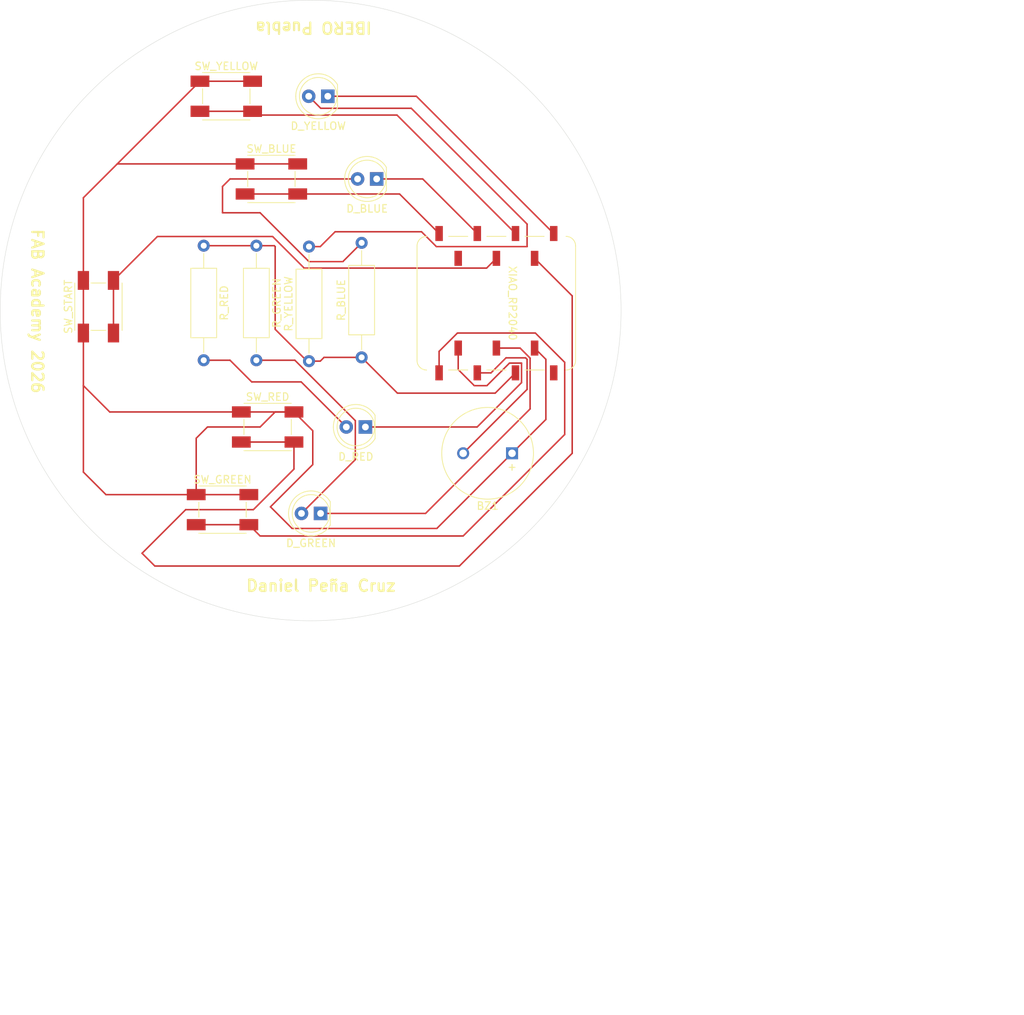
<source format=kicad_pcb>
(kicad_pcb (version 20241229) (generator "pcbnew") (generator_version "9.0")
  (layers (0 "F.Cu" signal) (2 "B.Cu" signal) (13 "F.Paste" user) (15 "B.Paste" user) (5 "F.SilkS" user "F.Silkscreen") (7 "B.SilkS" user "B.Silkscreen") (1 "F.Mask" user) (3 "B.Mask" user) (25 "Edge.Cuts" user))
  (net 0 "")
  (net 2 "/BTN_BLUE")
  (net 3 "/LED_GREEN")
  (net 4 "/LED_YELLOW")
  (net 5 "/BTN_GREEN")
  (net 6 "/BTN_RED")
  (net 7 "/LED_RED")
  (net 8 "/START")
  (net 9 "/LED_BLUE")
  (net 10 "/BTN_YELLOW")
  (net 11 "/BUZZ")
  (net 12 "GND")
  (net 13 "Net-(D1-Pad2)")
  (net 14 "Net-(D2-Pad2)")
  (net 15 "Net-(D3-Pad2)")
  (net 16 "+3V3")
  (net 17 "Net-(D4-Pad2)")
  (footprint "Resistor_THT:R_Axial_DIN0309_L9.0mm_D3.2mm_P15.24mm_Horizontal" (layer "F.Cu") (at 136.5 91.38 -90)
    (property "Reference" "R_GREEN" (at 7.62 -2.72 90) (layer "F.SilkS"))
    (property "Value" "220Ω")
    (fp_line (start 1.04 0) (end 3 0) (stroke (width 0.12)) (layer "F.SilkS"))
    (fp_line (start 14.2 0) (end 12.24 0) (stroke (width 0.12)) (layer "F.SilkS"))
    (fp_rect (start 3 -1.72) (end 12.24 1.72) (stroke (width 0.12)) (fill no) (layer "F.SilkS"))
    (pad "1" thru_hole circle (at 0 0 270) (size 1.6 1.6) (drill 0.8) (layers "*.Cu" "*.Mask") (net 16 "+3V3"))
    (pad "2" thru_hole circle (at 15.24 0 270) (size 1.6 1.6) (drill 0.8) (layers "*.Cu" "*.Mask") (net 15 "Net-(D3-Pad2)"))
  )
  (footprint "PCM_fab:Button_Omron_B3SN_6.0x6.0mm" (layer "F.Cu") (at 132.5 71.5)
    (property "Reference" "SW_YELLOW" (at 0 -4 0) (layer "F.SilkS"))
    (property "Value" "YELLOW_BUTTON")
    (fp_line (start -3.15 -3.15) (end 3.15 -3.15) (stroke (width 0.12)) (layer "F.SilkS"))
    (fp_line (start -3.15 1) (end -3.15 -1) (stroke (width 0.12)) (layer "F.SilkS"))
    (fp_line (start 3.15 -1) (end 3.15 1) (stroke (width 0.12)) (layer "F.SilkS"))
    (fp_line (start 3.15 3.15) (end -3.15 3.15) (stroke (width 0.12)) (layer "F.SilkS"))
    (pad "1" smd rect (at -3.5 -2) (size 2.5 1.5) (layers "F.Cu" "F.Mask" "F.Paste") (net 12 "GND"))
    (pad "1" smd rect (at 3.5 -2) (size 2.5 1.5) (layers "F.Cu" "F.Mask" "F.Paste") (net 12 "GND"))
    (pad "2" smd rect (at -3.5 2) (size 2.5 1.5) (layers "F.Cu" "F.Mask" "F.Paste") (net 10 "/BTN_YELLOW"))
    (pad "2" smd rect (at 3.5 2) (size 2.5 1.5) (layers "F.Cu" "F.Mask" "F.Paste") (net 10 "/BTN_YELLOW"))
  )
  (footprint "PCM_fab:Button_Omron_B3SN_6.0x6.0mm" (layer "F.Cu") (at 138 115.5)
    (property "Reference" "SW_RED" (at 0 -4 0) (layer "F.SilkS"))
    (property "Value" "RED_BUTTON" (hide yes))
    (fp_line (start -3.15 -3.15) (end 3.15 -3.15) (stroke (width 0.12)) (layer "F.SilkS"))
    (fp_line (start -3.15 1) (end -3.15 -1) (stroke (width 0.12)) (layer "F.SilkS"))
    (fp_line (start 3.15 -1) (end 3.15 1) (stroke (width 0.12)) (layer "F.SilkS"))
    (fp_line (start 3.15 3.15) (end -3.15 3.15) (stroke (width 0.12)) (layer "F.SilkS"))
    (pad "1" smd rect (at -3.5 -2) (size 2.5 1.5) (layers "F.Cu" "F.Mask" "F.Paste") (net 12 "GND"))
    (pad "1" smd rect (at 3.5 -2) (size 2.5 1.5) (layers "F.Cu" "F.Mask" "F.Paste") (net 12 "GND"))
    (pad "2" smd rect (at -3.5 2) (size 2.5 1.5) (layers "F.Cu" "F.Mask" "F.Paste") (net 6 "/BTN_RED"))
    (pad "2" smd rect (at 3.5 2) (size 2.5 1.5) (layers "F.Cu" "F.Mask" "F.Paste") (net 6 "/BTN_RED"))
  )
  (footprint "LED_THT:LED_D5.0mm" (layer "F.Cu") (at 146 71.5 180)
    (property "Reference" "D_YELLOW" (at 1.27 -3.96 0) (layer "F.SilkS"))
    (property "Value" "YELLOW_LED")
    (fp_line (start -1.29 -1.545) (end -1.29 1.545) (stroke (width 0.12)) (layer "F.SilkS"))
    (fp_arc (start 4.26 0) (mid 2.071779 2.880495) (end -1.29 1.54483) (stroke (width 0.12)) (layer "F.SilkS"))
    (fp_arc (start -1.29 -1.54483) (mid 2.071779 -2.880495) (end 4.26 0) (stroke (width 0.12)) (layer "F.SilkS"))
    (fp_circle (center 1.27 0) (end 3.77 0) (stroke (width 0.12)) (fill no) (layer "F.SilkS"))
    (pad "1" thru_hole rect (at 0 0 180) (size 1.8 1.8) (drill 0.9) (layers "*.Cu" "*.Mask") (net 4 "/LED_YELLOW"))
    (pad "2" thru_hole circle (at 2.54 0 180) (size 1.8 1.8) (drill 0.9) (layers "*.Cu" "*.Mask") (net 14 "Net-(D2-Pad2)"))
  )
  (footprint "PCM_fab:Button_Omron_B3SN_6.0x6.0mm" (layer "F.Cu") (at 132 126.5)
    (property "Reference" "SW_GREEN" (at 0 -4 0) (layer "F.SilkS"))
    (property "Value" "GREEN_BUTTON")
    (fp_line (start -3.15 -3.15) (end 3.15 -3.15) (stroke (width 0.12)) (layer "F.SilkS"))
    (fp_line (start -3.15 1) (end -3.15 -1) (stroke (width 0.12)) (layer "F.SilkS"))
    (fp_line (start 3.15 -1) (end 3.15 1) (stroke (width 0.12)) (layer "F.SilkS"))
    (fp_line (start 3.15 3.15) (end -3.15 3.15) (stroke (width 0.12)) (layer "F.SilkS"))
    (pad "1" smd rect (at -3.5 -2) (size 2.5 1.5) (layers "F.Cu" "F.Mask" "F.Paste") (net 12 "GND"))
    (pad "1" smd rect (at 3.5 -2) (size 2.5 1.5) (layers "F.Cu" "F.Mask" "F.Paste") (net 12 "GND"))
    (pad "2" smd rect (at -3.5 2) (size 2.5 1.5) (layers "F.Cu" "F.Mask" "F.Paste") (net 5 "/BTN_GREEN"))
    (pad "2" smd rect (at 3.5 2) (size 2.5 1.5) (layers "F.Cu" "F.Mask" "F.Paste") (net 5 "/BTN_GREEN"))
  )
  (footprint "Resistor_THT:R_Axial_DIN0309_L9.0mm_D3.2mm_P15.24mm_Horizontal" (layer "F.Cu") (at 143.5 106.74 90)
    (property "Reference" "R_YELLOW" (at 7.62 -2.72 90) (layer "F.SilkS"))
    (property "Value" "100Ω")
    (fp_line (start 14.2 0) (end 12.24 0) (stroke (width 0.12)) (layer "F.SilkS"))
    (fp_line (start 1.04 0) (end 3 0) (stroke (width 0.12)) (layer "F.SilkS"))
    (fp_rect (start 3 -1.72) (end 12.24 1.72) (stroke (width 0.12)) (fill no) (layer "F.SilkS"))
    (pad "1" thru_hole circle (at 0 0 90) (size 1.6 1.6) (drill 0.8) (layers "*.Cu" "*.Mask") (net 16 "+3V3"))
    (pad "2" thru_hole circle (at 15.24 0 90) (size 1.6 1.6) (drill 0.8) (layers "*.Cu" "*.Mask") (net 14 "Net-(D2-Pad2)"))
  )
  (footprint "Resistor_THT:R_Axial_DIN0309_L9.0mm_D3.2mm_P15.24mm_Horizontal" (layer "F.Cu") (at 129.5 91.38 -90)
    (property "Reference" "R_RED" (at 7.62 -2.72 90) (layer "F.SilkS"))
    (property "Value" "220Ω")
    (fp_line (start 1.04 0) (end 3 0) (stroke (width 0.12)) (layer "F.SilkS"))
    (fp_line (start 14.2 0) (end 12.24 0) (stroke (width 0.12)) (layer "F.SilkS"))
    (fp_rect (start 3 -1.72) (end 12.24 1.72) (stroke (width 0.12)) (fill no) (layer "F.SilkS"))
    (pad "1" thru_hole circle (at 0 0 270) (size 1.6 1.6) (drill 0.8) (layers "*.Cu" "*.Mask") (net 16 "+3V3"))
    (pad "2" thru_hole circle (at 15.24 0 270) (size 1.6 1.6) (drill 0.8) (layers "*.Cu" "*.Mask") (net 17 "Net-(D4-Pad2)"))
  )
  (footprint "PCM_fab:Button_Omron_B3SN_6.0x6.0mm" (layer "F.Cu") (at 115.5 99.5 90)
    (property "Reference" "SW_START" (at 0 -4 90) (layer "F.SilkS"))
    (property "Value" "START_BUTTON")
    (fp_line (start -3.15 -3.15) (end 3.15 -3.15) (stroke (width 0.12)) (layer "F.SilkS"))
    (fp_line (start 3.15 -1) (end 3.15 1) (stroke (width 0.12)) (layer "F.SilkS"))
    (fp_line (start -3.15 1) (end -3.15 -1) (stroke (width 0.12)) (layer "F.SilkS"))
    (fp_line (start 3.15 3.15) (end -3.15 3.15) (stroke (width 0.12)) (layer "F.SilkS"))
    (pad "1" smd rect (at -3.5 -2 90) (size 2.5 1.5) (layers "F.Cu" "F.Mask" "F.Paste") (net 12 "GND"))
    (pad "1" smd rect (at 3.5 -2 90) (size 2.5 1.5) (layers "F.Cu" "F.Mask" "F.Paste") (net 12 "GND"))
    (pad "2" smd rect (at -3.5 2 90) (size 2.5 1.5) (layers "F.Cu" "F.Mask" "F.Paste") (net 8 "/START"))
    (pad "2" smd rect (at 3.5 2 90) (size 2.5 1.5) (layers "F.Cu" "F.Mask" "F.Paste") (net 8 "/START"))
  )
  (footprint "PCM_fab:Module_XIAO_Generic_SocketSMD" (layer "F.Cu") (at 168.42 99.03 -90)
    (property "Reference" "XIAO_RP2040" (at 0.0025 -2.149 270) (layer "F.SilkS"))
    (property "Value" "XIAO_SOCKET")
    (fp_line (start 7.6225 10.551) (end -7.6175 10.551) (stroke (width 0.12)) (layer "F.SilkS"))
    (fp_line (start -8.89 3.81) (end -8.89 6.35) (stroke (width 0.12)) (layer "F.SilkS"))
    (fp_line (start 8.89 3.81) (end 8.89 6.35) (stroke (width 0.12)) (layer "F.SilkS"))
    (fp_line (start -8.89 -1.27) (end -8.89 1.27) (stroke (width 0.12)) (layer "F.SilkS"))
    (fp_line (start 8.89 -1.27) (end 8.89 1.27) (stroke (width 0.12)) (layer "F.SilkS"))
    (fp_line (start -8.89 -6.35) (end -8.89 -3.81) (stroke (width 0.12)) (layer "F.SilkS"))
    (fp_line (start 8.89 -6.35) (end 8.89 -3.81) (stroke (width 0.12)) (layer "F.SilkS"))
    (fp_line (start -7.6175 -10.531) (end 7.6225 -10.531) (stroke (width 0.12)) (layer "F.SilkS"))
    (fp_arc (start -7.6175 10.551) (mid -8.515526 10.179026) (end -8.8875 9.281) (stroke (width 0.12)) (layer "F.SilkS"))
    (fp_arc (start 8.8925 9.281) (mid 8.520526 10.179026) (end 7.6225 10.551) (stroke (width 0.12)) (layer "F.SilkS"))
    (fp_arc (start -8.8875 -9.261) (mid -8.515526 -10.159026) (end -7.6175 -10.531) (stroke (width 0.12)) (layer "F.SilkS"))
    (fp_arc (start 7.6225 -10.531) (mid 8.520526 -10.159026) (end 8.8925 -9.261) (stroke (width 0.12)) (layer "F.SilkS"))
    (pad "1" smd rect (at -9.27 -7.62 270) (size 2 1) (layers "F.Cu" "F.Mask" "F.Paste") (net 4 "/LED_YELLOW"))
    (pad "2" smd rect (at -5.97 -5.08 270) (size 2 1) (layers "F.Cu" "F.Mask" "F.Paste") (net 6 "/BTN_RED"))
    (pad "3" smd rect (at -9.27 -2.54 270) (size 2 1) (layers "F.Cu" "F.Mask" "F.Paste") (net 10 "/BTN_YELLOW"))
    (pad "4" smd rect (at -5.97 0 270) (size 2 1) (layers "F.Cu" "F.Mask" "F.Paste") (net 8 "/START"))
    (pad "5" smd rect (at -9.27 2.54 270) (size 2 1) (layers "F.Cu" "F.Mask" "F.Paste") (net 9 "/LED_BLUE"))
    (pad "6" smd rect (at -5.97 5.08 270) (size 2 1) (layers "F.Cu" "F.Mask" "F.Paste"))
    (pad "7" smd rect (at -9.27 7.62 270) (size 2 1) (layers "F.Cu" "F.Mask" "F.Paste") (net 2 "/BTN_BLUE"))
    (pad "8" smd rect (at 9.27 7.62 270) (size 2 1) (layers "F.Cu" "F.Mask" "F.Paste") (net 5 "/BTN_GREEN"))
    (pad "9" smd rect (at 5.97 5.08 270) (size 2 1) (layers "F.Cu" "F.Mask" "F.Paste") (net 7 "/LED_RED"))
    (pad "10" smd rect (at 9.27 2.54 270) (size 2 1) (layers "F.Cu" "F.Mask" "F.Paste") (net 11 "/BUZZ"))
    (pad "11" smd rect (at 5.97 0 270) (size 2 1) (layers "F.Cu" "F.Mask" "F.Paste") (net 3 "/LED_GREEN"))
    (pad "12" smd rect (at 9.27 -2.54 270) (size 2 1) (layers "F.Cu" "F.Mask" "F.Paste") (net 16 "+3V3"))
    (pad "13" smd rect (at 5.97 -5.08 270) (size 2 1) (layers "F.Cu" "F.Mask" "F.Paste") (net 12 "GND"))
    (pad "14" smd rect (at 9.27 -7.62 270) (size 2 1) (layers "F.Cu" "F.Mask" "F.Paste"))
  )
  (footprint "Resistor_THT:R_Axial_DIN0309_L9.0mm_D3.2mm_P15.24mm_Horizontal" (layer "F.Cu") (at 150.5 106.24 90)
    (property "Reference" "R_BLUE" (at 7.62 -2.72 90) (layer "F.SilkS"))
    (property "Value" "47Ω")
    (fp_line (start 14.2 0) (end 12.24 0) (stroke (width 0.12)) (layer "F.SilkS"))
    (fp_line (start 1.04 0) (end 3 0) (stroke (width 0.12)) (layer "F.SilkS"))
    (fp_rect (start 3 -1.72) (end 12.24 1.72) (stroke (width 0.12)) (fill no) (layer "F.SilkS"))
    (pad "1" thru_hole circle (at 0 0 90) (size 1.6 1.6) (drill 0.8) (layers "*.Cu" "*.Mask") (net 16 "+3V3"))
    (pad "2" thru_hole circle (at 15.24 0 90) (size 1.6 1.6) (drill 0.8) (layers "*.Cu" "*.Mask") (net 13 "Net-(D1-Pad2)"))
  )
  (footprint "Buzzer_Beeper:MagneticBuzzer_ProSignal_ABT-410-RC" (layer "F.Cu") (at 170.5 119 180)
    (property "Reference" "BZ1" (at 3.25 -7 0) (layer "F.SilkS"))
    (property "Value" "Buzzer_5V")
    (fp_circle (center 3.25 0) (end 9.35 0) (stroke (width 0.12)) (fill no) (layer "F.SilkS"))
    (fp_text user "+" (at 0 -1.8 0) (layer "F.SilkS"))
    (pad "1" thru_hole rect (at 0 0 180) (size 1.6 1.6) (drill 1) (layers "*.Cu" "*.Mask") (net 12 "GND"))
    (pad "2" thru_hole circle (at 6.5 0 180) (size 1.6 1.6) (drill 1) (layers "*.Cu" "*.Mask") (net 11 "/BUZZ"))
  )
  (footprint "LED_THT:LED_D5.0mm" (layer "F.Cu") (at 152.5 82.5 180)
    (property "Reference" "D_BLUE" (at 1.27 -3.96 0) (layer "F.SilkS"))
    (property "Value" "BLUE_LED")
    (fp_line (start -1.29 -1.545) (end -1.29 1.545) (stroke (width 0.12)) (layer "F.SilkS"))
    (fp_arc (start 4.26 0) (mid 2.071779 2.880495) (end -1.29 1.54483) (stroke (width 0.12)) (layer "F.SilkS"))
    (fp_arc (start -1.29 -1.54483) (mid 2.071779 -2.880495) (end 4.26 0) (stroke (width 0.12)) (layer "F.SilkS"))
    (fp_circle (center 1.27 0) (end 3.77 0) (stroke (width 0.12)) (fill no) (layer "F.SilkS"))
    (pad "1" thru_hole rect (at 0 0 180) (size 1.8 1.8) (drill 0.9) (layers "*.Cu" "*.Mask") (net 9 "/LED_BLUE"))
    (pad "2" thru_hole circle (at 2.54 0 180) (size 1.8 1.8) (drill 0.9) (layers "*.Cu" "*.Mask") (net 13 "Net-(D1-Pad2)"))
  )
  (footprint "LED_THT:LED_D5.0mm" (layer "F.Cu") (at 151 115.5 180)
    (property "Reference" "D_RED" (at 1.27 -3.96 0) (layer "F.SilkS"))
    (property "Value" "RED_LED")
    (fp_line (start -1.29 -1.545) (end -1.29 1.545) (stroke (width 0.12)) (layer "F.SilkS"))
    (fp_arc (start 4.26 0) (mid 2.071779 2.880495) (end -1.29 1.54483) (stroke (width 0.12)) (layer "F.SilkS"))
    (fp_arc (start -1.29 -1.54483) (mid 2.071779 -2.880495) (end 4.26 0) (stroke (width 0.12)) (layer "F.SilkS"))
    (fp_circle (center 1.27 0) (end 3.77 0) (stroke (width 0.12)) (fill no) (layer "F.SilkS"))
    (pad "1" thru_hole rect (at 0 0 180) (size 1.8 1.8) (drill 0.9) (layers "*.Cu" "*.Mask") (net 7 "/LED_RED"))
    (pad "2" thru_hole circle (at 2.54 0 180) (size 1.8 1.8) (drill 0.9) (layers "*.Cu" "*.Mask") (net 17 "Net-(D4-Pad2)"))
  )
  (footprint "PCM_fab:Button_Omron_B3SN_6.0x6.0mm" (layer "F.Cu") (at 138.5 82.5)
    (property "Reference" "SW_BLUE" (at 0 -4 0) (layer "F.SilkS"))
    (property "Value" "BLUE_BUTTON")
    (fp_line (start -3.15 -3.15) (end 3.15 -3.15) (stroke (width 0.12)) (layer "F.SilkS"))
    (fp_line (start -3.15 1) (end -3.15 -1) (stroke (width 0.12)) (layer "F.SilkS"))
    (fp_line (start 3.15 -1) (end 3.15 1) (stroke (width 0.12)) (layer "F.SilkS"))
    (fp_line (start 3.15 3.15) (end -3.15 3.15) (stroke (width 0.12)) (layer "F.SilkS"))
    (pad "1" smd rect (at -3.5 -2) (size 2.5 1.5) (layers "F.Cu" "F.Mask" "F.Paste") (net 12 "GND"))
    (pad "1" smd rect (at 3.5 -2) (size 2.5 1.5) (layers "F.Cu" "F.Mask" "F.Paste") (net 12 "GND"))
    (pad "2" smd rect (at -3.5 2) (size 2.5 1.5) (layers "F.Cu" "F.Mask" "F.Paste") (net 2 "/BTN_BLUE"))
    (pad "2" smd rect (at 3.5 2) (size 2.5 1.5) (layers "F.Cu" "F.Mask" "F.Paste") (net 2 "/BTN_BLUE"))
  )
  (footprint "LED_THT:LED_D5.0mm" (layer "F.Cu") (at 145.04 127 180)
    (property "Reference" "D_GREEN" (at 1.27 -3.96 0) (layer "F.SilkS"))
    (property "Value" "GREEN_LED")
    (fp_line (start -1.29 -1.545) (end -1.29 1.545) (stroke (width 0.12)) (layer "F.SilkS"))
    (fp_arc (start 4.26 0) (mid 2.071779 2.880495) (end -1.29 1.54483) (stroke (width 0.12)) (layer "F.SilkS"))
    (fp_arc (start -1.29 -1.54483) (mid 2.071779 -2.880495) (end 4.26 0) (stroke (width 0.12)) (layer "F.SilkS"))
    (fp_circle (center 1.27 0) (end 3.77 0) (stroke (width 0.12)) (fill no) (layer "F.SilkS"))
    (pad "1" thru_hole rect (at 0 0 180) (size 1.8 1.8) (drill 0.9) (layers "*.Cu" "*.Mask") (net 3 "/LED_GREEN"))
    (pad "2" thru_hole circle (at 2.54 0 180) (size 1.8 1.8) (drill 0.9) (layers "*.Cu" "*.Mask") (net 15 "Net-(D3-Pad2)"))
  )
  (gr_line (start 128.5 124.5) (end 135.5 124.5) (stroke (width 0.2)) (layer "F.Cu") (net 12))
  (gr_circle (center 143.717437 100) (end 184.217437 92) (stroke (width 0.05)) (fill no) (layer "Edge.Cuts"))
  (gr_text "FAB Academy 2026" (at 106.5 89 270) (layer "F.SilkS") (effects (font (size 1.5 1.5) (thickness 0.3) (bold yes)) (justify left bottom)))
  (gr_text "Daniel Peña Cruz" (at 135 137.5 0) (layer "F.SilkS") (effects (font (size 1.5 1.5) (thickness 0.3) (bold yes)) (justify left bottom)))
  (gr_text "IBERO Puebla" (at 152 61.5 180) (layer "F.SilkS") (effects (font (size 1.5 1.5) (thickness 0.3) (bold yes)) (justify left bottom)))
  (segment (start 155.54 84.5) (end 142 84.5) (width 0.2) (layer "F.Cu") (net 2))
  (segment (start 160.8 89.76) (end 155.54 84.5) (width 0.2) (layer "F.Cu") (net 2))
  (segment (start 135 84.5) (end 142 84.5) (width 0.2) (layer "F.Cu") (net 2))
  (segment (start 171.5671 105) (end 168.42 105) (width 0.2) (layer "F.Cu") (net 3))
  (segment (start 172.901 113.099) (end 172.901 106.3339) (width 0.2) (layer "F.Cu") (net 3))
  (segment (start 145.04 127) (end 159 127) (width 0.2) (layer "F.Cu") (net 3))
  (segment (start 172.901 106.3339) (end 171.5671 105) (width 0.2) (layer "F.Cu") (net 3))
  (segment (start 159 127) (end 172.901 113.099) (width 0.2) (layer "F.Cu") (net 3))
  (segment (start 157.78 71.5) (end 146 71.5) (width 0.2) (layer "F.Cu") (net 4))
  (segment (start 176.04 89.76) (end 157.78 71.5) (width 0.2) (layer "F.Cu") (net 4))
  (segment (start 177.5 116.5) (end 164 130) (width 0.2) (layer "F.Cu") (net 5))
  (segment (start 160.8 105.438) (end 163.238 103) (width 0.2) (layer "F.Cu") (net 5))
  (segment (start 137 130) (end 135.5 128.5) (width 0.2) (layer "F.Cu") (net 5))
  (segment (start 177.5 106.898) (end 177.5 116.5) (width 0.2) (layer "F.Cu") (net 5))
  (segment (start 128.5 128.5) (end 135.5 128.5) (width 0.2) (layer "F.Cu") (net 5))
  (segment (start 173.602 103) (end 177.5 106.898) (width 0.2) (layer "F.Cu") (net 5))
  (segment (start 160.8 108.3) (end 160.8 105.438) (width 0.2) (layer "F.Cu") (net 5))
  (segment (start 164 130) (end 137 130) (width 0.2) (layer "F.Cu") (net 5))
  (segment (start 163.238 103) (end 173.602 103) (width 0.2) (layer "F.Cu") (net 5))
  (segment (start 141.5 121.102) (end 141.5 117.5) (width 0.2) (layer "F.Cu") (net 6))
  (segment (start 173.5 93.06) (end 178.5 98.06) (width 0.2) (layer "F.Cu") (net 6))
  (segment (start 141.5 117.5) (end 140.02 117.5) (width 0.2) (layer "F.Cu") (net 6))
  (segment (start 163.5 134) (end 123 134) (width 0.2) (layer "F.Cu") (net 6))
  (segment (start 134.5 117.5) (end 140.02 117.5) (width 0.2) (layer "F.Cu") (net 6))
  (segment (start 123 134) (end 121.301 132.301) (width 0.2) (layer "F.Cu") (net 6))
  (segment (start 127.102 126.5) (end 136.102 126.5) (width 0.2) (layer "F.Cu") (net 6))
  (segment (start 178.5 98.06) (end 178.5 119) (width 0.2) (layer "F.Cu") (net 6))
  (segment (start 178.5 119) (end 163.5 134) (width 0.2) (layer "F.Cu") (net 6))
  (segment (start 136.102 126.5) (end 141.5 121.102) (width 0.2) (layer "F.Cu") (net 6))
  (segment (start 121.301 132.301) (end 127.102 126.5) (width 0.2) (layer "F.Cu") (net 6))
  (segment (start 171.761 109.601) (end 171.761 106.999) (width 0.2) (layer "F.Cu") (net 7))
  (segment (start 170.159 106.999) (end 167.158 110) (width 0.2) (layer "F.Cu") (net 7))
  (segment (start 171.761 106.999) (end 170.159 106.999) (width 0.2) (layer "F.Cu") (net 7))
  (segment (start 163.34 107.862) (end 163.34 105) (width 0.2) (layer "F.Cu") (net 7))
  (segment (start 165.862 115.5) (end 171.761 109.601) (width 0.2) (layer "F.Cu") (net 7))
  (segment (start 165.478 110) (end 163.34 107.862) (width 0.2) (layer "F.Cu") (net 7))
  (segment (start 151 115.5) (end 165.862 115.5) (width 0.2) (layer "F.Cu") (net 7))
  (segment (start 167.158 110) (end 165.478 110) (width 0.2) (layer "F.Cu") (net 7))
  (segment (start 117.5 96) (end 123.341 90.159) (width 0.2) (layer "F.Cu") (net 8))
  (segment (start 138.659 90.159) (end 142.861 94.361) (width 0.2) (layer "F.Cu") (net 8))
  (segment (start 117.5 96) (end 117.5 103) (width 0.2) (layer "F.Cu") (net 8))
  (segment (start 123.341 90.159) (end 138.659 90.159) (width 0.2) (layer "F.Cu") (net 8))
  (segment (start 167.119 94.361) (end 168.42 93.06) (width 0.2) (layer "F.Cu") (net 8))
  (segment (start 142.861 94.361) (end 167.119 94.361) (width 0.2) (layer "F.Cu") (net 8))
  (segment (start 165.88 89.76) (end 158.62 82.5) (width 0.2) (layer "F.Cu") (net 9))
  (segment (start 158.62 82.5) (end 152.5 82.5) (width 0.2) (layer "F.Cu") (net 9))
  (segment (start 155.2 74) (end 136.5 74) (width 0.2) (layer "F.Cu") (net 10))
  (segment (start 170.96 89.76) (end 155.2 74) (width 0.2) (layer "F.Cu") (net 10))
  (segment (start 136.5 74) (end 136 73.5) (width 0.2) (layer "F.Cu") (net 10))
  (segment (start 136 73.5) (end 129 73.5) (width 0.2) (layer "F.Cu") (net 10))
  (segment (start 172.5 106.5) (end 172.301 106.301) (width 0.2) (layer "F.Cu") (net 11))
  (segment (start 167.7 108.3) (end 165.88 108.3) (width 0.2) (layer "F.Cu") (net 11))
  (segment (start 169.699 106.301) (end 167.7 108.3) (width 0.2) (layer "F.Cu") (net 11))
  (segment (start 164 119) (end 172.5 110.5) (width 0.2) (layer "F.Cu") (net 11))
  (segment (start 172.5 110.5) (end 172.5 106.5) (width 0.2) (layer "F.Cu") (net 11))
  (segment (start 172.301 106.301) (end 169.699 106.301) (width 0.2) (layer "F.Cu") (net 11))
  (segment (start 130 115.5) (end 128.5 117) (width 0.2) (layer "F.Cu") (net 12))
  (segment (start 144 120.5) (end 144 116) (width 0.2) (layer "F.Cu") (net 12))
  (segment (start 118 80.5) (end 135 80.5) (width 0.2) (layer "F.Cu") (net 12))
  (segment (start 141.5 113.5) (end 139 113.5) (width 0.2) (layer "F.Cu") (net 12))
  (segment (start 141.5 113.5) (end 134.5 113.5) (width 0.2) (layer "F.Cu") (net 12))
  (segment (start 113.5 96) (end 113.5 103) (width 0.2) (layer "F.Cu") (net 12))
  (segment (start 175 106.5) (end 173.5 105) (width 0.2) (layer "F.Cu") (net 12))
  (segment (start 175 114.5) (end 175 106.5) (width 0.2) (layer "F.Cu") (net 12))
  (segment (start 113.5 110) (end 117 113.5) (width 0.2) (layer "F.Cu") (net 12))
  (segment (start 117 113.5) (end 134.5 113.5) (width 0.2) (layer "F.Cu") (net 12))
  (segment (start 116.5 124.5) (end 128.5 124.5) (width 0.2) (layer "F.Cu") (net 12))
  (segment (start 118 80.5) (end 129 69.5) (width 0.2) (layer "F.Cu") (net 12))
  (segment (start 139 113.5) (end 137 115.5) (width 0.2) (layer "F.Cu") (net 12))
  (segment (start 113.5 121.5) (end 116.5 124.5) (width 0.2) (layer "F.Cu") (net 12))
  (segment (start 170.5 119) (end 175 114.5) (width 0.2) (layer "F.Cu") (net 12))
  (segment (start 113.5 110) (end 113.5 121.5) (width 0.2) (layer "F.Cu") (net 12))
  (segment (start 113.5 96) (end 113.5 85) (width 0.2) (layer "F.Cu") (net 12))
  (segment (start 144 116) (end 141.5 113.5) (width 0.2) (layer "F.Cu") (net 12))
  (segment (start 160.5 129) (end 141.25 129) (width 0.2) (layer "F.Cu") (net 12))
  (segment (start 128.5 117) (end 128.5 124.5) (width 0.2) (layer "F.Cu") (net 12))
  (segment (start 141.25 129) (end 138.375 126.125) (width 0.2) (layer "F.Cu") (net 12))
  (segment (start 113.5 85) (end 118 80.5) (width 0.2) (layer "F.Cu") (net 12))
  (segment (start 137 115.5) (end 130 115.5) (width 0.2) (layer "F.Cu") (net 12))
  (segment (start 113.5 103) (end 113.5 110) (width 0.2) (layer "F.Cu") (net 12))
  (segment (start 170.5 119) (end 160.5 129) (width 0.2) (layer "F.Cu") (net 12))
  (segment (start 129 69.5) (end 136 69.5) (width 0.2) (layer "F.Cu") (net 12))
  (segment (start 142 80.5) (end 135 80.5) (width 0.2) (layer "F.Cu") (net 12))
  (segment (start 138.375 126.125) (end 144 120.5) (width 0.2) (layer "F.Cu") (net 12))
  (segment (start 133 82.5) (end 149.96 82.5) (width 0.2) (layer "F.Cu") (net 13))
  (segment (start 143.5 93.5) (end 137 87) (width 0.2) (layer "F.Cu") (net 13))
  (segment (start 132 87) (end 132 83.5) (width 0.2) (layer "F.Cu") (net 13))
  (segment (start 150.5 83.04) (end 149.96 82.5) (width 0.2) (layer "F.Cu") (net 13))
  (segment (start 148 93.5) (end 143.5 93.5) (width 0.2) (layer "F.Cu") (net 13))
  (segment (start 137 87) (end 132 87) (width 0.2) (layer "F.Cu") (net 13))
  (segment (start 150.5 91) (end 148 93.5) (width 0.2) (layer "F.Cu") (net 13))
  (segment (start 132 83.5) (end 133 82.5) (width 0.2) (layer "F.Cu") (net 13))
  (segment (start 145.059 73.099) (end 143.46 71.5) (width 0.2) (layer "F.Cu") (net 14))
  (segment (start 172.5 88.5) (end 157.099 73.099) (width 0.2) (layer "F.Cu") (net 14))
  (segment (start 160.438 91.5) (end 172.5 91.5) (width 0.2) (layer "F.Cu") (net 14))
  (segment (start 158.4641 89.5261) (end 160.438 91.5) (width 0.2) (layer "F.Cu") (net 14))
  (segment (start 157.099 73.099) (end 145.059 73.099) (width 0.2) (layer "F.Cu") (net 14))
  (segment (start 143.5 91.5) (end 145 91.5) (width 0.2) (layer "F.Cu") (net 14))
  (segment (start 146.9739 89.5261) (end 158.4641 89.5261) (width 0.2) (layer "F.Cu") (net 14))
  (segment (start 145 91.5) (end 146.9739 89.5261) (width 0.2) (layer "F.Cu") (net 14))
  (segment (start 172.5 91.5) (end 172.5 88.5) (width 0.2) (layer "F.Cu") (net 14))
  (segment (start 141.62 106.62) (end 136.5 106.62) (width 0.2) (layer "F.Cu") (net 15))
  (segment (start 149.661 114.661) (end 141.62 106.62) (width 0.2) (layer "F.Cu") (net 15))
  (segment (start 149.661 119.839) (end 149.661 114.661) (width 0.2) (layer "F.Cu") (net 15))
  (segment (start 142.5 127) (end 149.661 119.839) (width 0.2) (layer "F.Cu") (net 15))
  (segment (start 139 91.5) (end 138.88 91.38) (width 0.2) (layer "F.Cu") (net 16))
  (segment (start 170.96 108.3) (end 168.26 111) (width 0.2) (layer "F.Cu") (net 16))
  (segment (start 139 102.5) (end 139 91.5) (width 0.2) (layer "F.Cu") (net 16))
  (segment (start 150.5 106.24) (end 145.5 106.24) (width 0.2) (layer "F.Cu") (net 16))
  (segment (start 138.88 91.38) (end 136.5 91.38) (width 0.2) (layer "F.Cu") (net 16))
  (segment (start 155.26 111) (end 150.5 106.24) (width 0.2) (layer "F.Cu") (net 16))
  (segment (start 145 106.74) (end 143.24 106.74) (width 0.2) (layer "F.Cu") (net 16))
  (segment (start 136.5 91.38) (end 129.5 91.38) (width 0.2) (layer "F.Cu") (net 16))
  (segment (start 143.24 106.74) (end 139 102.5) (width 0.2) (layer "F.Cu") (net 16))
  (segment (start 145 106.74) (end 145.5 106.24) (width 0.2) (layer "F.Cu") (net 16))
  (segment (start 168.26 111) (end 155.26 111) (width 0.2) (layer "F.Cu") (net 16))
  (segment (start 150 106.74) (end 150.5 106.24) (width 0.2) (layer "B.Cu") (net 16))
  (segment (start 150.866 105.874) (end 150.5 106.24) (width 0.2) (layer "B.Cu") (net 16))
  (segment (start 135.88 109.5) (end 142.46 109.5) (width 0.2) (layer "F.Cu") (net 17))
  (segment (start 142.46 109.5) (end 148.46 115.5) (width 0.2) (layer "F.Cu") (net 17))
  (segment (start 129.5 106.62) (end 133 106.62) (width 0.2) (layer "F.Cu") (net 17))
  (segment (start 133 106.62) (end 135.88 109.5) (width 0.2) (layer "F.Cu") (net 17))
)
</source>
